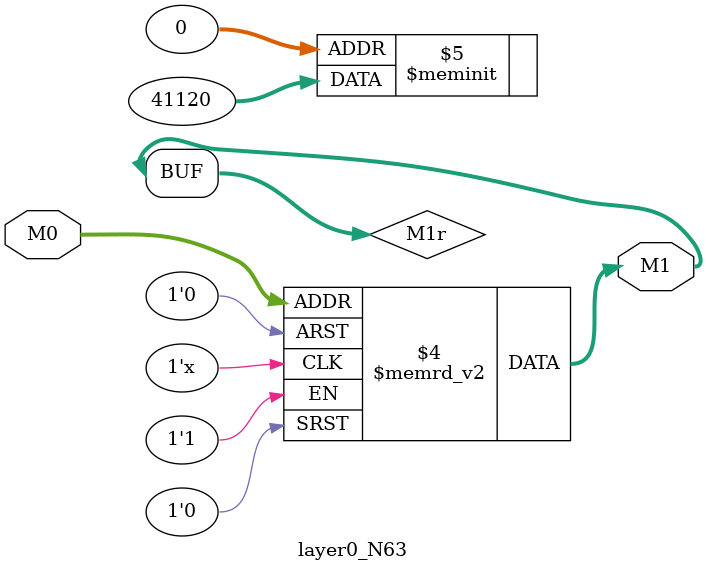
<source format=v>
module layer0_N63 ( input [3:0] M0, output [1:0] M1 );

	(*rom_style = "distributed" *) reg [1:0] M1r;
	assign M1 = M1r;
	always @ (M0) begin
		case (M0)
			4'b0000: M1r = 2'b00;
			4'b1000: M1r = 2'b00;
			4'b0100: M1r = 2'b00;
			4'b1100: M1r = 2'b00;
			4'b0010: M1r = 2'b10;
			4'b1010: M1r = 2'b00;
			4'b0110: M1r = 2'b10;
			4'b1110: M1r = 2'b00;
			4'b0001: M1r = 2'b00;
			4'b1001: M1r = 2'b00;
			4'b0101: M1r = 2'b00;
			4'b1101: M1r = 2'b00;
			4'b0011: M1r = 2'b10;
			4'b1011: M1r = 2'b00;
			4'b0111: M1r = 2'b10;
			4'b1111: M1r = 2'b00;

		endcase
	end
endmodule

</source>
